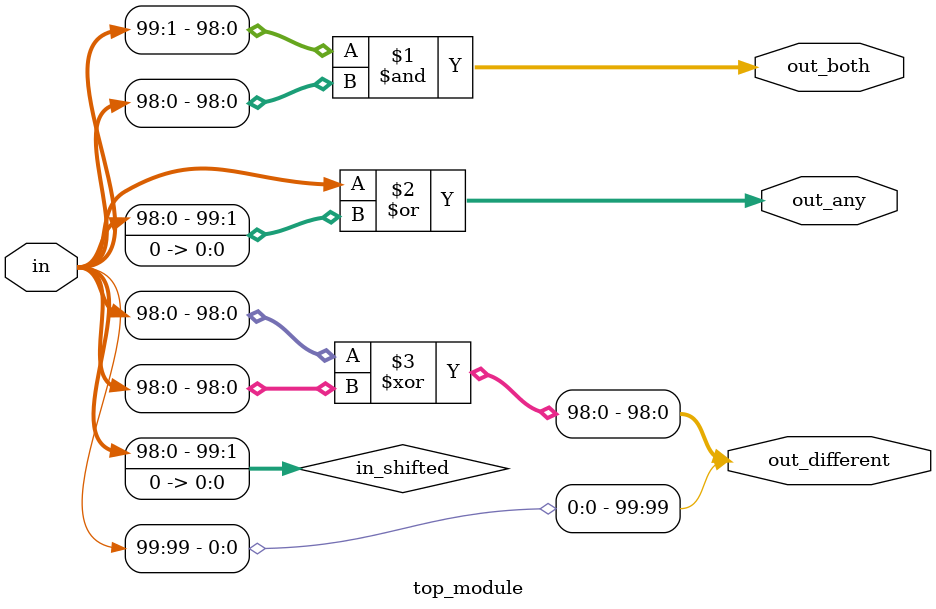
<source format=sv>
module top_module (
    input [99:0] in,
    output [98:0] out_both,
    output [99:0] out_any,
    output [99:0] out_different
);
    wire [99:0] in_shifted;

    assign in_shifted = {in[98:0], 1'b0}; // shift input by one bit to the left
    
    assign out_both = in[99:1] & in_shifted[99:1]; // out_both retains 99 bits
    assign out_any = in | in_shifted;
    assign out_different = {in[99] ^ in_shifted[0], in[98:0] ^ in_shifted[99:1]};

endmodule

</source>
